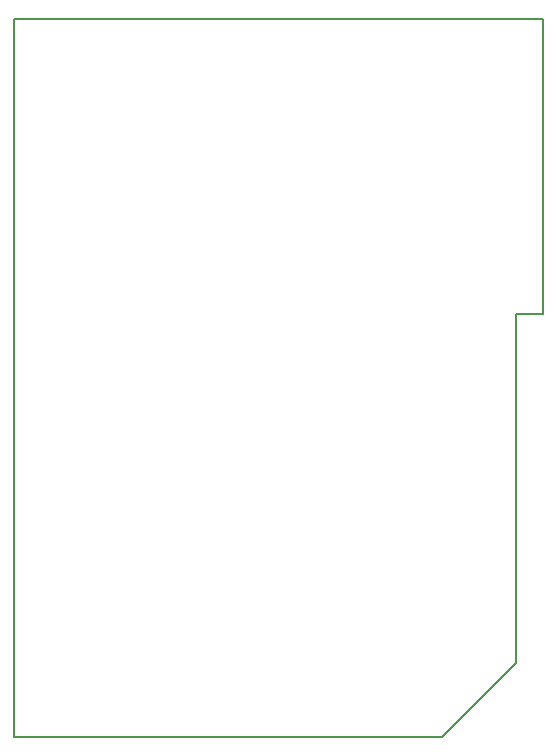
<source format=gko>
G04 #@! TF.FileFunction,Profile,NP*
%FSLAX46Y46*%
G04 Gerber Fmt 4.6, Leading zero omitted, Abs format (unit mm)*
G04 Created by KiCad (PCBNEW 4.0.7-e2-6376~58~ubuntu16.04.1) date Sat Jul  7 02:27:32 2018*
%MOMM*%
%LPD*%
G01*
G04 APERTURE LIST*
%ADD10C,0.100000*%
%ADD11C,0.150000*%
G04 APERTURE END LIST*
D10*
D11*
X93300000Y-76000000D02*
X95600000Y-76000000D01*
X93300000Y-76000000D02*
X93300000Y-105500000D01*
X87000000Y-111800000D02*
X93300000Y-105500000D01*
X95600000Y-51000000D02*
X95600000Y-76000000D01*
X50800000Y-51000000D02*
X95600000Y-51000000D01*
X50800000Y-111800000D02*
X50800000Y-51000000D01*
X50800000Y-111800000D02*
X87000000Y-111800000D01*
M02*

</source>
